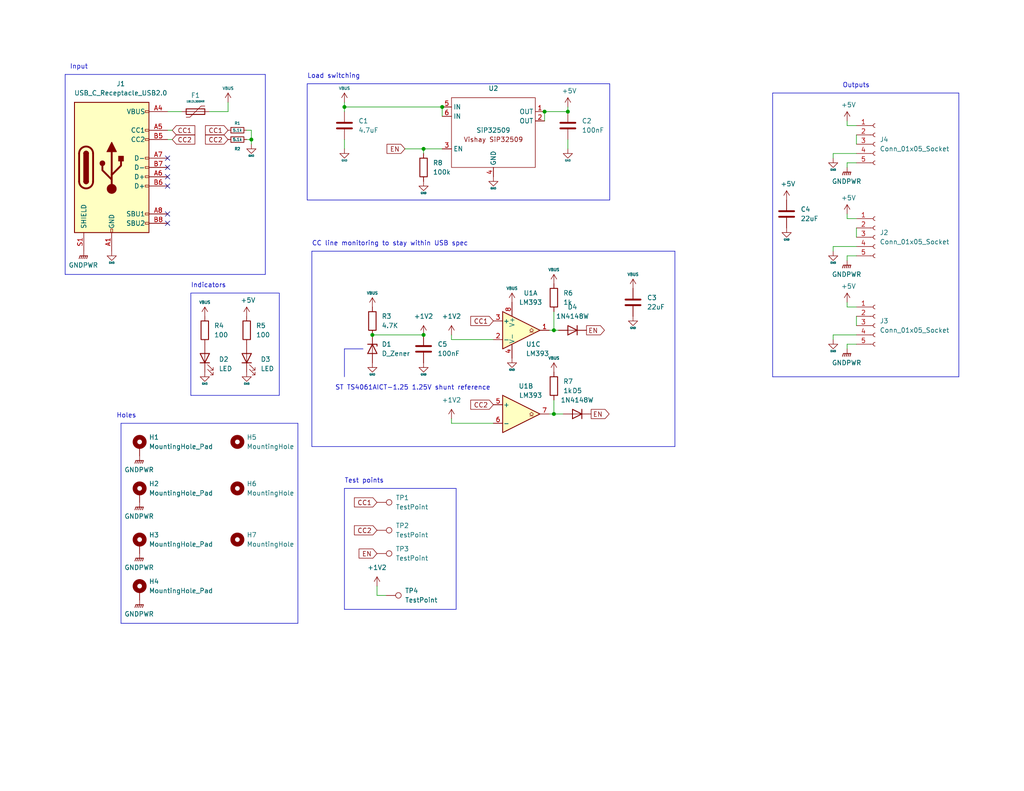
<source format=kicad_sch>
(kicad_sch (version 20230121) (generator eeschema)
  (paper "A")
  (lib_symbols
    (symbol "Comparator:LM393" (pin_names (offset 0.127))
      (property "Reference" "U" (at 3.81 3.81 0))
      (property "Value" "LM393" (at 6.35 -3.81 0))
      (symbol "LM393_1_1"
        (polyline (pts (xy -5.08 5.08) (xy 5.08 0) (xy -5.08 -5.08) (xy -5.08 5.08)) (stroke (width 0.254)) (fill (type background)))
        (polyline (pts (xy 3.302 -0.508) (xy 2.794 -0.508) (xy 3.302 0) (xy 2.794 0.508) (xy 2.286 0) (xy 2.794 -0.508) (xy 2.286 -0.508)) (stroke (width 0.127)))
        (pin open_collector line (at 7.62 0 180) (length 2.54) (name "~") (number "1"))
        (pin input line (at -7.62 -2.54 0) (length 2.54) (name "-") (number "2"))
        (pin input line (at -7.62 2.54 0) (length 2.54) (name "+") (number "3"))
      )
      (symbol "LM393_2_1"
        (polyline (pts (xy -5.08 5.08) (xy 5.08 0) (xy -5.08 -5.08) (xy -5.08 5.08)) (stroke (width 0.254)) (fill (type background)))
        (polyline (pts (xy 3.302 -0.508) (xy 2.794 -0.508) (xy 3.302 0) (xy 2.794 0.508) (xy 2.286 0) (xy 2.794 -0.508) (xy 2.286 -0.508)) (stroke (width 0.127)))
        (pin input line (at -7.62 2.54 0) (length 2.54) (name "+") (number "5"))
        (pin input line (at -7.62 -2.54 0) (length 2.54) (name "-") (number "6"))
        (pin open_collector line (at 7.62 0 180) (length 2.54) (name "~") (number "7"))
      )
      (symbol "LM393_3_1"
        (pin power_in line (at -2.54 -7.62 90) (length 3.81) (name "V-") (number "4"))
        (pin power_in line (at -2.54 7.62 270) (length 3.81) (name "V+") (number "8"))
      )
    )
    (symbol "Connector:Conn_01x05_Socket" (pin_names (offset 1.016) hide)
      (property "Reference" "J" (at 0 7.62 0))
      (property "Value" "Conn_01x05_Socket" (at 0 -7.62 0))
      (symbol "Conn_01x05_Socket_1_1"
        (arc (start 0 -4.572) (mid -0.5058 -5.08) (end 0 -5.588) (stroke (width 0.1524)))
        (arc (start 0 -2.032) (mid -0.5058 -2.54) (end 0 -3.048) (stroke (width 0.1524)))
        (polyline (pts (xy -1.27 -5.08) (xy -0.508 -5.08)) (stroke (width 0.1524)))
        (polyline (pts (xy -1.27 -2.54) (xy -0.508 -2.54)) (stroke (width 0.1524)))
        (polyline (pts (xy -1.27 0) (xy -0.508 0)) (stroke (width 0.1524)))
        (polyline (pts (xy -1.27 2.54) (xy -0.508 2.54)) (stroke (width 0.1524)))
        (polyline (pts (xy -1.27 5.08) (xy -0.508 5.08)) (stroke (width 0.1524)))
        (arc (start 0 0.508) (mid -0.5058 0) (end 0 -0.508) (stroke (width 0.1524)))
        (arc (start 0 3.048) (mid -0.5058 2.54) (end 0 2.032) (stroke (width 0.1524)))
        (arc (start 0 5.588) (mid -0.5058 5.08) (end 0 4.572) (stroke (width 0.1524)))
        (pin passive line (at -5.08 5.08 0) (length 3.81) (name "Pin_1") (number "1"))
        (pin passive line (at -5.08 2.54 0) (length 3.81) (name "Pin_2") (number "2"))
        (pin passive line (at -5.08 0 0) (length 3.81) (name "Pin_3") (number "3"))
        (pin passive line (at -5.08 -2.54 0) (length 3.81) (name "Pin_4") (number "4"))
        (pin passive line (at -5.08 -5.08 0) (length 3.81) (name "Pin_5") (number "5"))
      )
    )
    (symbol "Connector:TestPoint" (pin_numbers hide) (pin_names (offset 0.762) hide)
      (property "Reference" "TP" (at 0 6.858 0))
      (property "Value" "TestPoint" (at 0 5.08 0))
      (symbol "TestPoint_0_1"
        (circle (center 0 3.302) (radius 0.762))
      )
      (symbol "TestPoint_1_1"
        (pin passive line (at 0 0 90) (length 2.54) (name "1") (number "1"))
      )
    )
    (symbol "Connector:USB_C_Receptacle_USB2.0" (pin_names (offset 1.016))
      (property "Reference" "J" (at -10.16 19.05 0))
      (property "Value" "USB_C_Receptacle_USB2.0" (at 19.05 19.05 0))
      (symbol "USB_C_Receptacle_USB2.0_0_0"
        (rectangle (start -0.254 -17.78) (end 0.254 -16.764))
        (rectangle (start 10.16 -14.986) (end 9.144 -15.494))
        (rectangle (start 10.16 -12.446) (end 9.144 -12.954))
        (rectangle (start 10.16 -4.826) (end 9.144 -5.334))
        (rectangle (start 10.16 -2.286) (end 9.144 -2.794))
        (rectangle (start 10.16 0.254) (end 9.144 -0.254))
        (rectangle (start 10.16 2.794) (end 9.144 2.286))
        (rectangle (start 10.16 7.874) (end 9.144 7.366))
        (rectangle (start 10.16 10.414) (end 9.144 9.906))
        (rectangle (start 10.16 15.494) (end 9.144 14.986))
      )
      (symbol "USB_C_Receptacle_USB2.0_0_1"
        (rectangle (start -10.16 17.78) (end 10.16 -17.78) (stroke (width 0.254)) (fill (type background)))
        (arc (start -8.89 -3.81) (mid -6.985 -5.7067) (end -5.08 -3.81) (stroke (width 0.508)))
        (arc (start -7.62 -3.81) (mid -6.985 -4.4423) (end -6.35 -3.81) (stroke (width 0.254)))
        (arc (start -7.62 -3.81) (mid -6.985 -4.4423) (end -6.35 -3.81) (stroke (width 0.254)) (fill (type outline)))
        (rectangle (start -7.62 -3.81) (end -6.35 3.81) (stroke (width 0.254)) (fill (type outline)))
        (arc (start -6.35 3.81) (mid -6.985 4.4423) (end -7.62 3.81) (stroke (width 0.254)))
        (arc (start -6.35 3.81) (mid -6.985 4.4423) (end -7.62 3.81) (stroke (width 0.254)) (fill (type outline)))
        (arc (start -5.08 3.81) (mid -6.985 5.7067) (end -8.89 3.81) (stroke (width 0.508)))
        (circle (center -2.54 1.143) (radius 0.635) (stroke (width 0.254)) (fill (type outline)))
        (circle (center 0 -5.842) (radius 1.27) (fill (type outline)))
        (polyline (pts (xy -8.89 -3.81) (xy -8.89 3.81)) (stroke (width 0.508)))
        (polyline (pts (xy -5.08 3.81) (xy -5.08 -3.81)) (stroke (width 0.508)))
        (polyline (pts (xy 0 -5.842) (xy 0 4.318)) (stroke (width 0.508)))
        (polyline (pts (xy 0 -3.302) (xy -2.54 -0.762) (xy -2.54 0.508)) (stroke (width 0.508)))
        (polyline (pts (xy 0 -2.032) (xy 2.54 0.508) (xy 2.54 1.778)) (stroke (width 0.508)))
        (polyline (pts (xy -1.27 4.318) (xy 0 6.858) (xy 1.27 4.318) (xy -1.27 4.318)) (stroke (width 0.254)) (fill (type outline)))
        (rectangle (start 1.905 1.778) (end 3.175 3.048) (stroke (width 0.254)) (fill (type outline)))
      )
      (symbol "USB_C_Receptacle_USB2.0_1_1"
        (pin passive line (at 0 -22.86 90) (length 5.08) (name "GND") (number "A1"))
        (pin passive line (at 0 -22.86 90) (length 5.08) hide (name "GND") (number "A12"))
        (pin passive line (at 15.24 15.24 180) (length 5.08) (name "VBUS") (number "A4"))
        (pin bidirectional line (at 15.24 10.16 180) (length 5.08) (name "CC1") (number "A5"))
        (pin bidirectional line (at 15.24 -2.54 180) (length 5.08) (name "D+") (number "A6"))
        (pin bidirectional line (at 15.24 2.54 180) (length 5.08) (name "D-") (number "A7"))
        (pin bidirectional line (at 15.24 -12.7 180) (length 5.08) (name "SBU1") (number "A8"))
        (pin passive line (at 15.24 15.24 180) (length 5.08) hide (name "VBUS") (number "A9"))
        (pin passive line (at 0 -22.86 90) (length 5.08) hide (name "GND") (number "B1"))
        (pin passive line (at 0 -22.86 90) (length 5.08) hide (name "GND") (number "B12"))
        (pin passive line (at 15.24 15.24 180) (length 5.08) hide (name "VBUS") (number "B4"))
        (pin bidirectional line (at 15.24 7.62 180) (length 5.08) (name "CC2") (number "B5"))
        (pin bidirectional line (at 15.24 -5.08 180) (length 5.08) (name "D+") (number "B6"))
        (pin bidirectional line (at 15.24 0 180) (length 5.08) (name "D-") (number "B7"))
        (pin bidirectional line (at 15.24 -15.24 180) (length 5.08) (name "SBU2") (number "B8"))
        (pin passive line (at 15.24 15.24 180) (length 5.08) hide (name "VBUS") (number "B9"))
        (pin passive line (at -7.62 -22.86 90) (length 5.08) (name "SHIELD") (number "S1"))
      )
    )
    (symbol "Device:C" (pin_numbers hide) (pin_names (offset 0.254))
      (property "Reference" "C" (at 0.635 2.54 0))
      (property "Value" "C" (at 0.635 -2.54 0))
      (symbol "C_0_1"
        (polyline (pts (xy -2.032 -0.762) (xy 2.032 -0.762)) (stroke (width 0.508)))
        (polyline (pts (xy -2.032 0.762) (xy 2.032 0.762)) (stroke (width 0.508)))
      )
      (symbol "C_1_1"
        (pin passive line (at 0 3.81 270) (length 2.794) (name "~") (number "1"))
        (pin passive line (at 0 -3.81 90) (length 2.794) (name "~") (number "2"))
      )
    )
    (symbol "Device:D_Zener" (pin_numbers hide) (pin_names (offset 1.016) hide)
      (property "Reference" "D" (at 0 2.54 0))
      (property "Value" "D_Zener" (at 0 -2.54 0))
      (symbol "D_Zener_0_1"
        (polyline (pts (xy 1.27 0) (xy -1.27 0)))
        (polyline (pts (xy -1.27 -1.27) (xy -1.27 1.27) (xy -0.762 1.27)) (stroke (width 0.254)))
        (polyline (pts (xy 1.27 -1.27) (xy 1.27 1.27) (xy -1.27 0) (xy 1.27 -1.27)) (stroke (width 0.254)))
      )
      (symbol "D_Zener_1_1"
        (pin passive line (at -3.81 0 0) (length 2.54) (name "K") (number "1"))
        (pin passive line (at 3.81 0 180) (length 2.54) (name "A") (number "2"))
      )
    )
    (symbol "Device:LED" (pin_numbers hide) (pin_names (offset 1.016) hide)
      (property "Reference" "D" (at 0 2.54 0))
      (property "Value" "LED" (at 0 -2.54 0))
      (symbol "LED_0_1"
        (polyline (pts (xy -1.27 -1.27) (xy -1.27 1.27)) (stroke (width 0.254)))
        (polyline (pts (xy -1.27 0) (xy 1.27 0)))
        (polyline (pts (xy 1.27 -1.27) (xy 1.27 1.27) (xy -1.27 0) (xy 1.27 -1.27)) (stroke (width 0.254)))
        (polyline (pts (xy -3.048 -0.762) (xy -4.572 -2.286) (xy -3.81 -2.286) (xy -4.572 -2.286) (xy -4.572 -1.524)))
        (polyline (pts (xy -1.778 -0.762) (xy -3.302 -2.286) (xy -2.54 -2.286) (xy -3.302 -2.286) (xy -3.302 -1.524)))
      )
      (symbol "LED_1_1"
        (pin passive line (at -3.81 0 0) (length 2.54) (name "K") (number "1"))
        (pin passive line (at 3.81 0 180) (length 2.54) (name "A") (number "2"))
      )
    )
    (symbol "Device:Polyfuse" (pin_numbers hide) (pin_names (offset 0))
      (property "Reference" "F" (at -2.54 0 90))
      (property "Value" "Polyfuse" (at 2.54 0 90))
      (symbol "Polyfuse_0_1"
        (rectangle (start -0.762 2.54) (end 0.762 -2.54) (stroke (width 0.254)))
        (polyline (pts (xy 0 2.54) (xy 0 -2.54)))
        (polyline (pts (xy -1.524 2.54) (xy -1.524 1.524) (xy 1.524 -1.524) (xy 1.524 -2.54)))
      )
      (symbol "Polyfuse_1_1"
        (pin passive line (at 0 3.81 270) (length 1.27) (name "~") (number "1"))
        (pin passive line (at 0 -3.81 90) (length 1.27) (name "~") (number "2"))
      )
    )
    (symbol "Device:R" (pin_numbers hide) (pin_names (offset 0))
      (property "Reference" "R" (at 2.032 0 90))
      (property "Value" "R" (at 0 0 90))
      (symbol "R_0_1"
        (rectangle (start -1.016 -2.54) (end 1.016 2.54) (stroke (width 0.254)))
      )
      (symbol "R_1_1"
        (pin passive line (at 0 3.81 270) (length 1.27) (name "~") (number "1"))
        (pin passive line (at 0 -3.81 90) (length 1.27) (name "~") (number "2"))
      )
    )
    (symbol "Device:R_Small" (pin_numbers hide) (pin_names (offset 0.254) hide)
      (property "Reference" "R" (at 0.762 0.508 0))
      (property "Value" "R_Small" (at 0.762 -1.016 0))
      (symbol "R_Small_0_1"
        (rectangle (start -0.762 1.778) (end 0.762 -1.778) (stroke (width 0.2032)))
      )
      (symbol "R_Small_1_1"
        (pin passive line (at 0 2.54 270) (length 0.762) (name "~") (number "1"))
        (pin passive line (at 0 -2.54 90) (length 0.762) (name "~") (number "2"))
      )
    )
    (symbol "Diode:1N4148W" (pin_numbers hide) (pin_names hide)
      (property "Reference" "D" (at 0 2.54 0))
      (property "Value" "1N4148W" (at 0 -2.54 0))
      (symbol "1N4148W_0_1"
        (polyline (pts (xy -1.27 1.27) (xy -1.27 -1.27)) (stroke (width 0.254)))
        (polyline (pts (xy 1.27 0) (xy -1.27 0)))
        (polyline (pts (xy 1.27 1.27) (xy 1.27 -1.27) (xy -1.27 0) (xy 1.27 1.27)) (stroke (width 0.254)))
      )
      (symbol "1N4148W_1_1"
        (pin passive line (at -3.81 0 0) (length 2.54) (name "K") (number "1"))
        (pin passive line (at 3.81 0 180) (length 2.54) (name "A") (number "2"))
      )
    )
    (symbol "Mechanical:MountingHole" (pin_names (offset 1.016))
      (property "Reference" "H" (at 0 5.08 0))
      (property "Value" "MountingHole" (at 0 3.175 0))
      (symbol "MountingHole_0_1"
        (circle (center 0 0) (radius 1.27) (stroke (width 1.27)))
      )
    )
    (symbol "Mechanical:MountingHole_Pad" (pin_numbers hide) (pin_names (offset 1.016) hide)
      (property "Reference" "H" (at 0 6.35 0))
      (property "Value" "MountingHole_Pad" (at 0 4.445 0))
      (symbol "MountingHole_Pad_0_1"
        (circle (center 0 1.27) (radius 1.27) (stroke (width 1.27)))
      )
      (symbol "MountingHole_Pad_1_1"
        (pin input line (at 0 -2.54 90) (length 2.54) (name "1") (number "1"))
      )
    )
    (symbol "USB-C-3-way-splitter-library:Vishay_SiP32509"
      (property "Reference" "U" (at 0 5.08 0))
      (symbol "Vishay_SiP32509_0_1"
        (rectangle (start -11.43 8.89) (end 11.43 -10.16))
      )
      (symbol "Vishay_SiP32509_1_1"
        (text "Vishay SiP32509" (at 0 -2.54 0) (effects (font (size 1.27 1.27))))
        (pin output line (at 13.97 5.08 180) (length 2.54) (name "OUT") (number "1"))
        (pin output line (at 13.97 2.54 180) (length 2.54) (name "OUT") (number "2"))
        (pin input line (at -13.97 -5.08 0) (length 2.54) (name "EN") (number "3"))
        (pin input line (at 0 -12.7 90) (length 2.54) (name "GND") (number "4"))
        (pin input line (at -13.97 6.35 0) (length 2.54) (name "IN") (number "5"))
        (pin input line (at -13.97 3.81 0) (length 2.54) (name "IN") (number "6"))
      )
    )
    (symbol "power:+1V2" (power) (pin_names (offset 0))
      (property "Value" "+1V2" (at 0 3.556 0))
      (symbol "+1V2_0_1"
        (polyline (pts (xy -0.762 1.27) (xy 0 2.54)))
        (polyline (pts (xy 0 0) (xy 0 2.54)))
        (polyline (pts (xy 0 2.54) (xy 0.762 1.27)))
      )
      (symbol "+1V2_1_1"
        (pin power_in line (at 0 0 90) (length 0) hide (name "+1V2") (number "1"))
      )
    )
    (symbol "power:+5V" (power) (pin_names (offset 0))
      (property "Value" "+5V" (at 0 3.556 0))
      (symbol "+5V_0_1"
        (polyline (pts (xy -0.762 1.27) (xy 0 2.54)))
        (polyline (pts (xy 0 0) (xy 0 2.54)))
        (polyline (pts (xy 0 2.54) (xy 0.762 1.27)))
      )
      (symbol "+5V_1_1"
        (pin power_in line (at 0 0 90) (length 0) hide (name "+5V") (number "1"))
      )
    )
    (symbol "power:GND" (power) (pin_names (offset 0))
      (property "Value" "GND" (at 0 -3.81 0))
      (symbol "GND_0_1"
        (polyline (pts (xy 0 0) (xy 0 -1.27) (xy 1.27 -1.27) (xy 0 -2.54) (xy -1.27 -1.27) (xy 0 -1.27)))
      )
      (symbol "GND_1_1"
        (pin power_in line (at 0 0 270) (length 0) hide (name "GND") (number "1"))
      )
    )
    (symbol "power:GNDPWR" (power) (pin_names (offset 0))
      (property "Value" "GNDPWR" (at 0 -3.302 0))
      (symbol "GNDPWR_0_1"
        (polyline (pts (xy 0 -1.27) (xy 0 0)))
        (polyline (pts (xy -1.016 -1.27) (xy -1.27 -2.032) (xy -1.27 -2.032)) (stroke (width 0.2032)))
        (polyline (pts (xy -0.508 -1.27) (xy -0.762 -2.032) (xy -0.762 -2.032)) (stroke (width 0.2032)))
        (polyline (pts (xy 0 -1.27) (xy -0.254 -2.032) (xy -0.254 -2.032)) (stroke (width 0.2032)))
        (polyline (pts (xy 0.508 -1.27) (xy 0.254 -2.032) (xy 0.254 -2.032)) (stroke (width 0.2032)))
        (polyline (pts (xy 1.016 -1.27) (xy -1.016 -1.27) (xy -1.016 -1.27)) (stroke (width 0.2032)))
        (polyline (pts (xy 1.016 -1.27) (xy 0.762 -2.032) (xy 0.762 -2.032) (xy 0.762 -2.032)) (stroke (width 0.2032)))
      )
      (symbol "GNDPWR_1_1"
        (pin power_in line (at 0 0 270) (length 0) hide (name "GNDPWR") (number "1"))
      )
    )
    (symbol "power:VBUS" (power) (pin_names (offset 0))
      (property "Value" "VBUS" (at 0 3.81 0))
      (symbol "VBUS_0_1"
        (polyline (pts (xy -0.762 1.27) (xy 0 2.54)))
        (polyline (pts (xy 0 0) (xy 0 2.54)))
        (polyline (pts (xy 0 2.54) (xy 0.762 1.27)))
      )
      (symbol "VBUS_1_1"
        (pin power_in line (at 0 0 90) (length 0) hide (name "VBUS") (number "1"))
      )
    )
  )
  (junction (at 148.59 30.48))
  (junction (at 151.13 90.17))
  (junction (at 151.13 113.03))
  (junction (at 120.65 29.21))
  (junction (at 68.58 38.1))
  (junction (at 115.57 91.44))
  (junction (at 154.94 30.48))
  (junction (at 115.57 40.64))
  (junction (at 101.6 91.44))
  (junction (at 93.98 29.21))
  (no_connect (at 45.72 45.72))
  (no_connect (at 45.72 43.18))
  (no_connect (at 45.72 50.8))
  (no_connect (at 45.72 48.26))
  (no_connect (at 45.72 60.96))
  (no_connect (at 45.72 58.42))
  (wire (pts (xy 233.68 36.83) (xy 233.68 39.37)))
  (polyline (pts (xy 210.82 25.4) (xy 210.82 102.87)))
  (polyline (pts (xy 33.02 115.57) (xy 81.28 115.57)))
  (polyline (pts (xy 210.82 25.4) (xy 261.62 25.4)))
  (polyline (pts (xy 166.37 22.86) (xy 166.37 54.61)))
  (polyline (pts (xy 184.15 68.58) (xy 184.15 121.92)))
  (polyline (pts (xy 85.09 68.58) (xy 184.15 68.58)))
  (wire (pts (xy 154.94 38.1) (xy 154.94 40.64)))
  (wire (pts (xy 93.98 29.21) (xy 93.98 30.48)))
  (polyline (pts (xy 93.98 95.25) (xy 99.06 95.25)))
  (polyline (pts (xy 76.2 80.01) (xy 76.2 107.95)))
  (wire (pts (xy 134.62 92.71) (xy 123.19 92.71)))
  (wire (pts (xy 148.59 30.48) (xy 148.59 33.02)))
  (wire (pts (xy 154.94 30.48) (xy 148.59 30.48)))
  (wire (pts (xy 149.86 113.03) (xy 151.13 113.03)))
  (wire (pts (xy 149.86 90.17) (xy 151.13 90.17)))
  (polyline (pts (xy 33.02 170.18) (xy 81.28 170.18)))
  (polyline (pts (xy 17.78 20.32) (xy 72.39 20.32)))
  (wire (pts (xy 67.31 35.56) (xy 68.58 35.56)))
  (wire (pts (xy 227.33 91.44) (xy 227.33 92.71)))
  (polyline (pts (xy 72.39 20.32) (xy 72.39 74.93)))
  (wire (pts (xy 102.87 162.56) (xy 105.41 162.56)))
  (wire (pts (xy 123.19 92.71) (xy 123.19 91.44)))
  (wire (pts (xy 101.6 91.44) (xy 115.57 91.44)))
  (wire (pts (xy 45.72 35.56) (xy 46.99 35.56)))
  (polyline (pts (xy 93.98 133.35) (xy 124.46 133.35)))
  (wire (pts (xy 120.65 29.21) (xy 120.65 31.75)))
  (polyline (pts (xy 261.62 25.4) (xy 261.62 102.87)))
  (wire (pts (xy 227.33 91.44) (xy 233.68 91.44)))
  (polyline (pts (xy 93.98 102.87) (xy 93.98 95.25)))
  (polyline (pts (xy 17.78 20.32) (xy 17.78 74.93)))
  (polyline (pts (xy 72.39 74.93) (xy 17.78 74.93)))
  (wire (pts (xy 227.33 41.91) (xy 227.33 43.18)))
  (wire (pts (xy 134.62 115.57) (xy 123.19 115.57)))
  (polyline (pts (xy 85.09 68.58) (xy 85.09 121.92)))
  (wire (pts (xy 233.68 86.36) (xy 233.68 88.9)))
  (wire (pts (xy 227.33 67.31) (xy 227.33 68.58)))
  (polyline (pts (xy 52.07 80.01) (xy 52.07 107.95)))
  (wire (pts (xy 231.14 44.45) (xy 231.14 45.72)))
  (wire (pts (xy 123.19 115.57) (xy 123.19 114.3)))
  (wire (pts (xy 233.68 59.69) (xy 231.14 59.69)))
  (wire (pts (xy 233.68 83.82) (xy 231.14 83.82)))
  (wire (pts (xy 45.72 30.48) (xy 49.53 30.48)))
  (wire (pts (xy 231.14 83.82) (xy 231.14 82.55)))
  (wire (pts (xy 93.98 29.21) (xy 120.65 29.21)))
  (wire (pts (xy 68.58 35.56) (xy 68.58 38.1)))
  (polyline (pts (xy 52.07 80.01) (xy 76.2 80.01)))
  (wire (pts (xy 62.23 27.94) (xy 62.23 30.48)))
  (wire (pts (xy 67.31 38.1) (xy 68.58 38.1)))
  (wire (pts (xy 231.14 59.69) (xy 231.14 58.42)))
  (wire (pts (xy 115.57 40.64) (xy 115.57 41.91)))
  (polyline (pts (xy 83.82 22.86) (xy 83.82 54.61)))
  (wire (pts (xy 110.49 40.64) (xy 115.57 40.64)))
  (polyline (pts (xy 184.15 121.92) (xy 85.09 121.92)))
  (wire (pts (xy 151.13 109.22) (xy 151.13 113.03)))
  (wire (pts (xy 233.68 69.85) (xy 231.14 69.85)))
  (wire (pts (xy 227.33 67.31) (xy 233.68 67.31)))
  (wire (pts (xy 233.68 93.98) (xy 231.14 93.98)))
  (polyline (pts (xy 93.98 133.35) (xy 93.98 166.37)))
  (wire (pts (xy 45.72 38.1) (xy 46.99 38.1)))
  (wire (pts (xy 151.13 113.03) (xy 153.67 113.03)))
  (polyline (pts (xy 166.37 54.61) (xy 83.82 54.61)))
  (polyline (pts (xy 124.46 166.37) (xy 93.98 166.37)))
  (polyline (pts (xy 261.62 102.87) (xy 210.82 102.87)))
  (wire (pts (xy 102.87 160.02) (xy 102.87 162.56)))
  (wire (pts (xy 231.14 34.29) (xy 231.14 33.02)))
  (wire (pts (xy 151.13 90.17) (xy 152.4 90.17)))
  (polyline (pts (xy 81.28 170.18) (xy 81.28 115.57)))
  (wire (pts (xy 151.13 85.09) (xy 151.13 90.17)))
  (wire (pts (xy 231.14 69.85) (xy 231.14 71.12)))
  (polyline (pts (xy 33.02 115.57) (xy 33.02 170.18)))
  (wire (pts (xy 115.57 40.64) (xy 120.65 40.64)))
  (wire (pts (xy 233.68 34.29) (xy 231.14 34.29)))
  (wire (pts (xy 231.14 93.98) (xy 231.14 95.25)))
  (wire (pts (xy 227.33 41.91) (xy 233.68 41.91)))
  (wire (pts (xy 62.23 30.48) (xy 57.15 30.48)))
  (wire (pts (xy 154.94 29.21) (xy 154.94 30.48)))
  (wire (pts (xy 233.68 62.23) (xy 233.68 64.77)))
  (wire (pts (xy 93.98 38.1) (xy 93.98 40.64)))
  (wire (pts (xy 233.68 44.45) (xy 231.14 44.45)))
  (wire (pts (xy 68.58 38.1) (xy 68.58 39.37)))
  (polyline (pts (xy 83.82 22.86) (xy 166.37 22.86)))
  (polyline (pts (xy 124.46 133.35) (xy 124.46 166.37)))
  (wire (pts (xy 93.98 27.94) (xy 93.98 29.21)))
  (polyline (pts (xy 76.2 107.95) (xy 52.07 107.95)))
  (text "ST TS4061AICT-1.25 1.25V shunt reference" (at 91.44 106.68 0) (effects (font (size 1.27 1.27)) (justify left bottom)))
  (text "Input" (at 19.05 19.05 0) (effects (font (size 1.27 1.27)) (justify left bottom)))
  (text "CC line monitoring to stay within USB spec" (at 85.09 67.31 0) (effects (font (size 1.27 1.27)) (justify left bottom)))
  (text "Indicators" (at 52.07 78.74 0) (effects (font (size 1.27 1.27)) (justify left bottom)))
  (text "Outputs" (at 229.87 24.13 0) (effects (font (size 1.27 1.27)) (justify left bottom)))
  (text "Load switching" (at 83.82 21.59 0) (effects (font (size 1.27 1.27)) (justify left bottom)))
  (text "Test points" (at 93.98 132.08 0) (effects (font (size 1.27 1.27)) (justify left bottom)))
  (text "Holes" (at 31.75 114.3 0) (effects (font (size 1.27 1.27)) (justify left bottom)))
  (global_label "EN" (shape input) (at 102.87 151.13 180) (property "Intersheetrefs" "${INTERSHEET_REFS}" (effects hide)))
  (global_label "EN" (shape input) (at 110.49 40.64 180) (property "Intersheetrefs" "${INTERSHEET_REFS}" (effects hide)))
  (global_label "EN" (shape output) (at 160.02 90.17 0) (property "Intersheetrefs" "${INTERSHEET_REFS}" (effects hide)))
  (global_label "CC2" (shape input) (at 46.99 38.1 0) (property "Intersheetrefs" "${INTERSHEET_REFS}" (effects hide)))
  (global_label "CC1" (shape input) (at 46.99 35.56 0) (property "Intersheetrefs" "${INTERSHEET_REFS}" (effects hide)))
  (global_label "CC2" (shape input) (at 134.62 110.49 180) (property "Intersheetrefs" "${INTERSHEET_REFS}" (effects hide)))
  (global_label "CC1" (shape input) (at 102.87 137.16 180) (property "Intersheetrefs" "${INTERSHEET_REFS}" (effects hide)))
  (global_label "CC2" (shape input) (at 62.23 38.1 180) (property "Intersheetrefs" "${INTERSHEET_REFS}" (effects hide)))
  (global_label "EN" (shape output) (at 161.29 113.03 0) (property "Intersheetrefs" "${INTERSHEET_REFS}" (effects hide)))
  (global_label "CC2" (shape input) (at 102.87 144.78 180) (property "Intersheetrefs" "${INTERSHEET_REFS}" (effects hide)))
  (global_label "CC1" (shape input) (at 134.62 87.63 180) (property "Intersheetrefs" "${INTERSHEET_REFS}" (effects hide)))
  (global_label "CC1" (shape input) (at 62.23 35.56 180) (property "Intersheetrefs" "${INTERSHEET_REFS}" (effects hide)))
  (symbol (lib_id "Connector:TestPoint") (at 105.41 162.56 270) (unit 1)
    (property "Reference" "TP4" (at 110.49 161.29 90) (effects (justify left)))
    (property "Value" "TestPoint" (at 110.49 163.83 90) (effects (justify left)))
    (property "Footprint" "TestPoint:TestPoint_Pad_D2.5mm" (effects hide))
  )
  (symbol (lib_id "Mechanical:MountingHole_Pad") (at 38.1 161.29 0) (unit 1)
    (property "Reference" "H4" (at 40.64 158.75 0) (effects (justify left)))
    (property "Value" "MountingHole_Pad" (at 40.64 161.29 0) (effects (justify left)))
    (property "Footprint" "MountingHole:MountingHole_3.2mm_M3_ISO7380_Pad" (effects hide))
  )
  (symbol (lib_id "power:GND") (at 93.98 40.64 0) (unit 1)
    (property "Reference" "#PWR01" (effects hide))
    (property "Value" "GND" (at 93.98 43.815 0) (effects (font (size 0.508 0.508))))
  )
  (symbol (lib_id "power:+5V") (at 154.94 29.21 0) (unit 1)
    (property "Reference" "#PWR07" (effects hide))
    (property "Value" "+5V" (at 155.321 24.8158 0))
  )
  (symbol (lib_id "power:+5V") (at 231.14 33.02 0) (unit 1)
    (property "Reference" "#PWR08" (effects hide))
    (property "Value" "+5V" (at 231.521 28.6258 0))
  )
  (symbol (lib_id "power:GNDPWR") (at 38.1 163.83 0) (unit 1)
    (property "Reference" "#PWR032" (effects hide))
    (property "Value" "GNDPWR" (at 37.973 167.64 0))
  )
  (symbol (lib_id "Comparator:LM393") (at 142.24 90.17 0) (unit 3)
    (property "Reference" "U1" (at 143.51 93.98 0) (effects (justify left)))
    (property "Value" "LM393" (at 143.51 96.52 0) (effects (justify left)))
    (property "Footprint" "Package_SO:SOIC-8_3.9x4.9mm_P1.27mm" (effects hide))
    (property "Datasheet" "http://www.ti.com/lit/ds/symlink/lm393.pdf" (effects hide))
  )
  (symbol (lib_id "power:GND") (at 68.58 39.37 0) (unit 1)
    (property "Reference" "#PWR060" (effects hide))
    (property "Value" "GND" (at 68.58 42.545 0) (effects (font (size 0.508 0.508))))
  )
  (symbol (lib_id "power:+1V2") (at 123.19 91.44 0) (unit 1)
    (property "Reference" "#PWR023" (effects hide))
    (property "Value" "+1V2" (at 123.19 86.36 0))
  )
  (symbol (lib_id "power:GND") (at 30.48 68.58 0) (unit 1)
    (property "Reference" "#PWR034" (effects hide))
    (property "Value" "GND" (at 30.48 71.755 0) (effects (font (size 0.508 0.508))))
  )
  (symbol (lib_id "Connector:Conn_01x05_Socket") (at 238.76 64.77 0) (unit 1)
    (property "Reference" "J2" (at 240.03 63.5 0) (effects (justify left)))
    (property "Value" "Conn_01x05_Socket" (at 240.03 66.04 0) (effects (justify left)))
    (property "Footprint" "Connector_PinHeader_2.00mm:PinHeader_1x05_P2.00mm_Vertical" (effects hide))
  )
  (symbol (lib_id "power:+5V") (at 231.14 82.55 0) (unit 1)
    (property "Reference" "#PWR027" (effects hide))
    (property "Value" "+5V" (at 231.521 78.1558 0))
  )
  (symbol (lib_id "power:GNDPWR") (at 231.14 71.12 0) (unit 1)
    (property "Reference" "#PWR012" (effects hide))
    (property "Value" "GNDPWR" (at 231.013 74.93 0))
  )
  (symbol (lib_id "power:+1V2") (at 102.87 160.02 0) (unit 1)
    (property "Reference" "#PWR040" (effects hide))
    (property "Value" "+1V2" (at 102.87 154.94 0))
  )
  (symbol (lib_id "power:VBUS") (at 172.72 78.74 0) (unit 1)
    (property "Reference" "#PWR033" (effects hide))
    (property "Value" "VBUS" (at 172.72 74.93 0) (effects (font (size 0.762 0.762))))
  )
  (symbol (lib_id "power:GND") (at 55.88 101.6 0) (unit 1)
    (property "Reference" "#PWR016" (effects hide))
    (property "Value" "GND" (at 55.88 104.775 0) (effects (font (size 0.508 0.508))))
  )
  (symbol (lib_id "USB-C-3-way-splitter-library:Vishay_SiP32509") (at 134.62 35.56 0) (unit 1)
    (property "Reference" "U2" (at 134.62 24.13 0))
    (property "Value" "SiP32509" (at 134.62 35.56 0))
    (property "Footprint" "Package_TO_SOT_SMD:TSOT-23-6_HandSoldering" (effects hide))
  )
  (symbol (lib_id "power:+1V2") (at 123.19 114.3 0) (unit 1)
    (property "Reference" "#PWR024" (effects hide))
    (property "Value" "+1V2" (at 123.19 109.22 0))
  )
  (symbol (lib_id "power:GND") (at 134.62 48.26 0) (unit 1)
    (property "Reference" "#PWR03" (effects hide))
    (property "Value" "GND" (at 134.62 51.435 0) (effects (font (size 0.508 0.508))))
  )
  (symbol (lib_id "power:GND") (at 139.7 97.79 0) (unit 1)
    (property "Reference" "#PWR021" (effects hide))
    (property "Value" "GND" (at 139.7 100.965 0) (effects (font (size 0.508 0.508))))
  )
  (symbol (lib_id "power:VBUS") (at 151.13 77.47 0) (unit 1)
    (property "Reference" "#PWR025" (effects hide))
    (property "Value" "VBUS" (at 151.13 73.66 0) (effects (font (size 0.762 0.762))))
  )
  (symbol (lib_id "power:GND") (at 115.57 49.53 0) (unit 1)
    (property "Reference" "#PWR039" (effects hide))
    (property "Value" "GND" (at 115.57 52.705 0) (effects (font (size 0.508 0.508))))
  )
  (symbol (lib_id "Mechanical:MountingHole") (at 64.77 147.32 0) (unit 1)
    (property "Reference" "H7" (at 67.31 146.05 0) (effects (justify left)))
    (property "Value" "MountingHole" (at 67.31 148.59 0) (effects (justify left)))
    (property "Footprint" "USB-C-3-way-splitter-footprints:JLCPCB-tooling-hole" (effects hide))
  )
  (symbol (lib_id "Device:R") (at 55.88 90.17 0) (unit 1)
    (property "Reference" "R4" (at 58.42 88.9 0) (effects (justify left)))
    (property "Value" "100" (at 58.42 91.44 0) (effects (justify left)))
    (property "Footprint" "Resistor_SMD:R_0805_2012Metric_Pad1.20x1.40mm_HandSolder" (effects hide))
  )
  (symbol (lib_id "Connector:USB_C_Receptacle_USB2.0") (at 30.48 45.72 0) (unit 1)
    (property "Reference" "J1" (at 32.9565 22.86 0))
    (property "Value" "USB_C_Receptacle_USB2.0" (at 32.9565 25.4 0))
    (property "Footprint" "Connector_USB:USB_C_Receptacle_HRO_TYPE-C-31-M-12" (effects hide))
    (property "Datasheet" "https://www.usb.org/sites/default/files/documents/usb_type-c.zip" (effects hide))
    (property "LCSC" "C165948" (effects hide))
  )
  (symbol (lib_id "power:GND") (at 227.33 92.71 0) (unit 1)
    (property "Reference" "#PWR013" (effects hide))
    (property "Value" "GND" (at 227.33 95.885 0) (effects (font (size 0.508 0.508))))
  )
  (symbol (lib_id "Device:D_Zener") (at 101.6 95.25 270) (unit 1)
    (property "Reference" "D1" (at 104.14 93.98 90) (effects (justify left)))
    (property "Value" "D_Zener" (at 104.14 96.52 90) (effects (justify left)))
    (property "Footprint" "Package_TO_SOT_SMD:SOT-323_SC-70_Handsoldering" (effects hide))
  )
  (symbol (lib_id "power:GNDPWR") (at 38.1 137.16 0) (unit 1)
    (property "Reference" "#PWR030" (effects hide))
    (property "Value" "GNDPWR" (at 37.973 140.97 0))
  )
  (symbol (lib_id "Connector:TestPoint") (at 102.87 151.13 270) (unit 1)
    (property "Reference" "TP3" (at 107.95 149.86 90) (effects (justify left)))
    (property "Value" "TestPoint" (at 107.95 152.4 90) (effects (justify left)))
    (property "Footprint" "TestPoint:TestPoint_Pad_D2.5mm" (effects hide))
  )
  (symbol (lib_id "Device:C") (at 154.94 34.29 0) (unit 1)
    (property "Reference" "C2" (at 158.75 33.02 0) (effects (justify left)))
    (property "Value" "100nF" (at 158.75 35.56 0) (effects (justify left)))
    (property "Footprint" "Capacitor_SMD:C_0805_2012Metric_Pad1.18x1.45mm_HandSolder" (effects hide))
  )
  (symbol (lib_id "Diode:1N4148W") (at 156.21 90.17 180) (unit 1)
    (property "Reference" "D4" (at 156.21 83.82 0))
    (property "Value" "1N4148W" (at 156.21 86.36 0))
    (property "Footprint" "Diode_SMD:D_SOD-123" (effects hide))
    (property "Datasheet" "https://www.vishay.com/docs/85748/1n4148w.pdf" (effects hide))
    (property "Sim.Device" "D" (effects hide))
    (property "Sim.Pins" "1=K 2=A" (effects hide))
  )
  (symbol (lib_id "power:+5V") (at 214.63 54.61 0) (unit 1)
    (property "Reference" "#PWR038" (effects hide))
    (property "Value" "+5V" (at 215.011 50.2158 0))
  )
  (symbol (lib_id "power:GND") (at 172.72 86.36 0) (unit 1)
    (property "Reference" "#PWR035" (effects hide))
    (property "Value" "GND" (at 172.72 89.535 0) (effects (font (size 0.508 0.508))))
  )
  (symbol (lib_id "Device:Polyfuse") (at 53.34 30.48 90) (unit 1)
    (property "Reference" "F1" (at 53.34 26.035 90))
    (property "Value" "1812L300MR" (at 53.34 27.7114 90) (effects (font (size 0.508 0.508))))
    (property "Footprint" "Fuse:Fuse_1812_4532Metric_Pad1.30x3.40mm_HandSolder" (effects hide))
    (property "Manufacturer" "Shenzhen JDT Fuse" (effects hide))
    (property "Manufacturer Part No" "ASMD1206-150" (effects hide))
    (property "LCSC Part No" "C135342" (effects hide))
    (property "Package" "F1206" (effects hide))
  )
  (symbol (lib_id "Connector:TestPoint") (at 102.87 144.78 270) (unit 1)
    (property "Reference" "TP2" (at 107.95 143.51 90) (effects (justify left)))
    (property "Value" "TestPoint" (at 107.95 146.05 90) (effects (justify left)))
    (property "Footprint" "TestPoint:TestPoint_Pad_D2.5mm" (effects hide))
  )
  (symbol (lib_id "power:GNDPWR") (at 38.1 151.13 0) (unit 1)
    (property "Reference" "#PWR031" (effects hide))
    (property "Value" "GNDPWR" (at 37.973 154.94 0))
  )
  (symbol (lib_id "power:VBUS") (at 62.23 27.94 0) (unit 1)
    (property "Reference" "#PWR045" (effects hide))
    (property "Value" "VBUS" (at 62.23 24.13 0) (effects (font (size 0.762 0.762))))
  )
  (symbol (lib_id "power:GNDPWR") (at 231.14 95.25 0) (unit 1)
    (property "Reference" "#PWR028" (effects hide))
    (property "Value" "GNDPWR" (at 231.013 99.06 0))
  )
  (symbol (lib_id "Device:R") (at 151.13 105.41 0) (unit 1)
    (property "Reference" "R7" (at 153.67 104.14 0) (effects (justify left)))
    (property "Value" "1k" (at 153.67 106.68 0) (effects (justify left)))
    (property "Footprint" "Resistor_SMD:R_0805_2012Metric_Pad1.20x1.40mm_HandSolder" (effects hide))
  )
  (symbol (lib_id "power:GNDPWR") (at 38.1 124.46 0) (unit 1)
    (property "Reference" "#PWR029" (effects hide))
    (property "Value" "GNDPWR" (at 37.973 128.27 0))
  )
  (symbol (lib_id "Comparator:LM393") (at 142.24 90.17 0) (unit 1)
    (property "Reference" "U1" (at 144.78 80.01 0))
    (property "Value" "LM393" (at 144.78 82.55 0))
    (property "Footprint" "Package_SO:SOIC-8_3.9x4.9mm_P1.27mm" (effects hide))
    (property "Datasheet" "http://www.ti.com/lit/ds/symlink/lm393.pdf" (effects hide))
  )
  (symbol (lib_id "power:VBUS") (at 139.7 82.55 0) (unit 1)
    (property "Reference" "#PWR022" (effects hide))
    (property "Value" "VBUS" (at 139.7 78.74 0) (effects (font (size 0.762 0.762))))
  )
  (symbol (lib_id "power:GND") (at 227.33 43.18 0) (unit 1)
    (property "Reference" "#PWR09" (effects hide))
    (property "Value" "GND" (at 227.33 46.355 0) (effects (font (size 0.508 0.508))))
  )
  (symbol (lib_id "power:VBUS") (at 93.98 27.94 0) (unit 1)
    (property "Reference" "#PWR05" (effects hide))
    (property "Value" "VBUS" (at 93.98 24.13 0) (effects (font (size 0.762 0.762))))
  )
  (symbol (lib_id "Connector:Conn_01x05_Socket") (at 238.76 88.9 0) (unit 1)
    (property "Reference" "J3" (at 240.03 87.63 0) (effects (justify left)))
    (property "Value" "Conn_01x05_Socket" (at 240.03 90.17 0) (effects (justify left)))
    (property "Footprint" "Connector_PinHeader_2.00mm:PinHeader_1x05_P2.00mm_Vertical" (effects hide))
  )
  (symbol (lib_id "power:GND") (at 67.31 101.6 0) (unit 1)
    (property "Reference" "#PWR017" (effects hide))
    (property "Value" "GND" (at 67.31 104.775 0) (effects (font (size 0.508 0.508))))
  )
  (symbol (lib_id "Mechanical:MountingHole") (at 64.77 120.65 0) (unit 1)
    (property "Reference" "H5" (at 67.31 119.38 0) (effects (justify left)))
    (property "Value" "MountingHole" (at 67.31 121.92 0) (effects (justify left)))
    (property "Footprint" "USB-C-3-way-splitter-footprints:JLCPCB-tooling-hole" (effects hide))
  )
  (symbol (lib_id "Device:C") (at 115.57 95.25 0) (unit 1)
    (property "Reference" "C5" (at 119.38 93.98 0) (effects (justify left)))
    (property "Value" "100nF" (at 119.38 96.52 0) (effects (justify left)))
    (property "Footprint" "Capacitor_SMD:C_0805_2012Metric_Pad1.18x1.45mm_HandSolder" (effects hide))
  )
  (symbol (lib_id "Device:C") (at 172.72 82.55 0) (unit 1)
    (property "Reference" "C3" (at 176.53 81.28 0) (effects (justify left)))
    (property "Value" "22uF" (at 176.53 83.82 0) (effects (justify left)))
    (property "Footprint" "Capacitor_SMD:C_1206_3216Metric_Pad1.33x1.80mm_HandSolder" (effects hide))
  )
  (symbol (lib_id "power:VBUS") (at 151.13 101.6 0) (unit 1)
    (property "Reference" "#PWR026" (effects hide))
    (property "Value" "VBUS" (at 151.13 97.79 0) (effects (font (size 0.762 0.762))))
  )
  (symbol (lib_id "power:GND") (at 214.63 62.23 0) (unit 1)
    (property "Reference" "#PWR037" (effects hide))
    (property "Value" "GND" (at 214.63 65.405 0) (effects (font (size 0.508 0.508))))
  )
  (symbol (lib_id "Connector:Conn_01x05_Socket") (at 238.76 39.37 0) (unit 1)
    (property "Reference" "J4" (at 240.03 38.1 0) (effects (justify left)))
    (property "Value" "Conn_01x05_Socket" (at 240.03 40.64 0) (effects (justify left)))
    (property "Footprint" "Connector_PinHeader_2.00mm:PinHeader_1x05_P2.00mm_Vertical" (effects hide))
  )
  (symbol (lib_id "Comparator:LM393") (at 142.24 113.03 0) (unit 2)
    (property "Reference" "U1" (at 143.51 105.41 0))
    (property "Value" "LM393" (at 144.78 107.95 0))
    (property "Footprint" "Package_SO:SOIC-8_3.9x4.9mm_P1.27mm" (effects hide))
    (property "Datasheet" "http://www.ti.com/lit/ds/symlink/lm393.pdf" (effects hide))
  )
  (symbol (lib_id "Mechanical:MountingHole") (at 64.77 133.35 0) (unit 1)
    (property "Reference" "H6" (at 67.31 132.08 0) (effects (justify left)))
    (property "Value" "MountingHole" (at 67.31 134.62 0) (effects (justify left)))
    (property "Footprint" "USB-C-3-way-splitter-footprints:JLCPCB-tooling-hole" (effects hide))
  )
  (symbol (lib_id "Device:LED") (at 67.31 97.79 90) (unit 1)
    (property "Reference" "D3" (at 71.12 98.1075 90) (effects (justify right)))
    (property "Value" "LED" (at 71.12 100.6475 90) (effects (justify right)))
    (property "Footprint" "LED_SMD:LED_0805_2012Metric_Pad1.15x1.40mm_HandSolder" (effects hide))
  )
  (symbol (lib_id "Device:R") (at 151.13 81.28 0) (unit 1)
    (property "Reference" "R6" (at 153.67 80.01 0) (effects (justify left)))
    (property "Value" "1k" (at 153.67 82.55 0) (effects (justify left)))
    (property "Footprint" "Resistor_SMD:R_0805_2012Metric_Pad1.20x1.40mm_HandSolder" (effects hide))
  )
  (symbol (lib_id "Device:R") (at 101.6 87.63 0) (unit 1)
    (property "Reference" "R3" (at 104.14 86.36 0) (effects (justify left)))
    (property "Value" "4.7K" (at 104.14 88.9 0) (effects (justify left)))
    (property "Footprint" "Resistor_SMD:R_0805_2012Metric_Pad1.20x1.40mm_HandSolder" (effects hide))
  )
  (symbol (lib_id "power:+5V") (at 67.31 86.36 0) (unit 1)
    (property "Reference" "#PWR019" (effects hide))
    (property "Value" "+5V" (at 67.691 81.9658 0))
  )
  (symbol (lib_id "Device:C") (at 214.63 58.42 0) (unit 1)
    (property "Reference" "C4" (at 218.44 57.15 0) (effects (justify left)))
    (property "Value" "22uF" (at 218.44 59.69 0) (effects (justify left)))
    (property "Footprint" "Capacitor_SMD:C_1206_3216Metric_Pad1.33x1.80mm_HandSolder" (effects hide))
  )
  (symbol (lib_id "power:GND") (at 115.57 99.06 0) (unit 1)
    (property "Reference" "#PWR036" (effects hide))
    (property "Value" "GND" (at 115.57 102.235 0) (effects (font (size 0.508 0.508))))
  )
  (symbol (lib_id "Mechanical:MountingHole_Pad") (at 38.1 121.92 0) (unit 1)
    (property "Reference" "H1" (at 40.64 119.38 0) (effects (justify left)))
    (property "Value" "MountingHole_Pad" (at 40.64 121.92 0) (effects (justify left)))
    (property "Footprint" "MountingHole:MountingHole_3.2mm_M3_ISO7380_Pad" (effects hide))
  )
  (symbol (lib_id "Device:R") (at 67.31 90.17 0) (unit 1)
    (property "Reference" "R5" (at 69.85 88.9 0) (effects (justify left)))
    (property "Value" "100" (at 69.85 91.44 0) (effects (justify left)))
    (property "Footprint" "Resistor_SMD:R_0805_2012Metric_Pad1.20x1.40mm_HandSolder" (effects hide))
  )
  (symbol (lib_id "power:GND") (at 227.33 68.58 0) (unit 1)
    (property "Reference" "#PWR010" (effects hide))
    (property "Value" "GND" (at 227.33 71.755 0) (effects (font (size 0.508 0.508))))
  )
  (symbol (lib_id "power:GND") (at 154.94 40.64 0) (unit 1)
    (property "Reference" "#PWR02" (effects hide))
    (property "Value" "GND" (at 154.94 43.815 0) (effects (font (size 0.508 0.508))))
  )
  (symbol (lib_id "Device:R_Small") (at 64.77 35.56 90) (unit 1)
    (property "Reference" "R1" (at 64.77 33.655 90) (effects (font (size 0.762 0.762))))
    (property "Value" "5.1k" (at 64.77 35.56 90) (effects (font (size 0.762 0.762))))
    (property "Footprint" "Resistor_SMD:R_0805_2012Metric_Pad1.20x1.40mm_HandSolder" (effects hide))
    (property "Package" "R0603" (effects hide))
  )
  (symbol (lib_id "power:VBUS") (at 101.6 83.82 0) (unit 1)
    (property "Reference" "#PWR020" (effects hide))
    (property "Value" "VBUS" (at 101.6 80.01 0) (effects (font (size 0.762 0.762))))
  )
  (symbol (lib_id "Mechanical:MountingHole_Pad") (at 38.1 134.62 0) (unit 1)
    (property "Reference" "H2" (at 40.64 132.08 0) (effects (justify left)))
    (property "Value" "MountingHole_Pad" (at 40.64 134.62 0) (effects (justify left)))
    (property "Footprint" "MountingHole:MountingHole_3.2mm_M3_ISO7380_Pad" (effects hide))
  )
  (symbol (lib_id "Device:C") (at 93.98 34.29 0) (unit 1)
    (property "Reference" "C1" (at 97.79 33.02 0) (effects (justify left)))
    (property "Value" "4.7uF" (at 97.79 35.56 0) (effects (justify left)))
    (property "Footprint" "Capacitor_SMD:C_0805_2012Metric_Pad1.18x1.45mm_HandSolder" (effects hide))
  )
  (symbol (lib_id "power:GNDPWR") (at 22.86 68.58 0) (unit 1)
    (property "Reference" "#PWR04" (effects hide))
    (property "Value" "GNDPWR" (at 22.733 72.39 0))
  )
  (symbol (lib_id "Device:LED") (at 55.88 97.79 90) (unit 1)
    (property "Reference" "D2" (at 59.69 98.1075 90) (effects (justify right)))
    (property "Value" "LED" (at 59.69 100.6475 90) (effects (justify right)))
    (property "Footprint" "LED_SMD:LED_0805_2012Metric_Pad1.15x1.40mm_HandSolder" (effects hide))
  )
  (symbol (lib_id "Connector:TestPoint") (at 102.87 137.16 270) (unit 1)
    (property "Reference" "TP1" (at 107.95 135.89 90) (effects (justify left)))
    (property "Value" "TestPoint" (at 107.95 138.43 90) (effects (justify left)))
    (property "Footprint" "TestPoint:TestPoint_Pad_D2.5mm" (effects hide))
  )
  (symbol (lib_id "power:+5V") (at 231.14 58.42 0) (unit 1)
    (property "Reference" "#PWR011" (effects hide))
    (property "Value" "+5V" (at 231.521 54.0258 0))
  )
  (symbol (lib_id "Mechanical:MountingHole_Pad") (at 38.1 148.59 0) (unit 1)
    (property "Reference" "H3" (at 40.64 146.05 0) (effects (justify left)))
    (property "Value" "MountingHole_Pad" (at 40.64 148.59 0) (effects (justify left)))
    (property "Footprint" "MountingHole:MountingHole_3.2mm_M3_ISO7380_Pad" (effects hide))
  )
  (symbol (lib_id "power:GNDPWR") (at 231.14 45.72 0) (unit 1)
    (property "Reference" "#PWR06" (effects hide))
    (property "Value" "GNDPWR" (at 231.013 49.53 0))
  )
  (symbol (lib_id "Device:R_Small") (at 64.77 38.1 90) (unit 1)
    (property "Reference" "R2" (at 64.77 40.64 90) (effects (font (size 0.762 0.762))))
    (property "Value" "5.1k" (at 64.77 38.1 90) (effects (font (size 0.762 0.762))))
    (property "Footprint" "Resistor_SMD:R_0805_2012Metric_Pad1.20x1.40mm_HandSolder" (effects hide))
    (property "Package" "R0603" (effects hide))
  )
  (symbol (lib_id "power:VBUS") (at 55.88 86.36 0) (unit 1)
    (property "Reference" "#PWR018" (effects hide))
    (property "Value" "VBUS" (at 55.88 82.55 0) (effects (font (size 0.762 0.762))))
  )
  (symbol (lib_id "Device:R") (at 115.57 45.72 0) (unit 1)
    (property "Reference" "R8" (at 118.11 44.45 0) (effects (justify left)))
    (property "Value" "100k" (at 118.11 46.99 0) (effects (justify left)))
    (property "Footprint" "Resistor_SMD:R_0805_2012Metric_Pad1.20x1.40mm_HandSolder" (effects hide))
  )
  (symbol (lib_id "power:+1V2") (at 115.57 91.44 0) (unit 1)
    (property "Reference" "#PWR014" (effects hide))
    (property "Value" "+1V2" (at 115.57 86.36 0))
  )
  (symbol (lib_id "Diode:1N4148W") (at 157.48 113.03 180) (unit 1)
    (property "Reference" "D5" (at 157.48 106.68 0))
    (property "Value" "1N4148W" (at 157.48 109.22 0))
    (property "Footprint" "Diode_SMD:D_SOD-123" (effects hide))
    (property "Datasheet" "https://www.vishay.com/docs/85748/1n4148w.pdf" (effects hide))
    (property "Sim.Device" "D" (effects hide))
    (property "Sim.Pins" "1=K 2=A" (effects hide))
  )
  (symbol (lib_id "power:GND") (at 101.6 99.06 0) (unit 1)
    (property "Reference" "#PWR015" (effects hide))
    (property "Value" "GND" (at 101.6 102.235 0) (effects (font (size 0.508 0.508))))
  )
)
</source>
